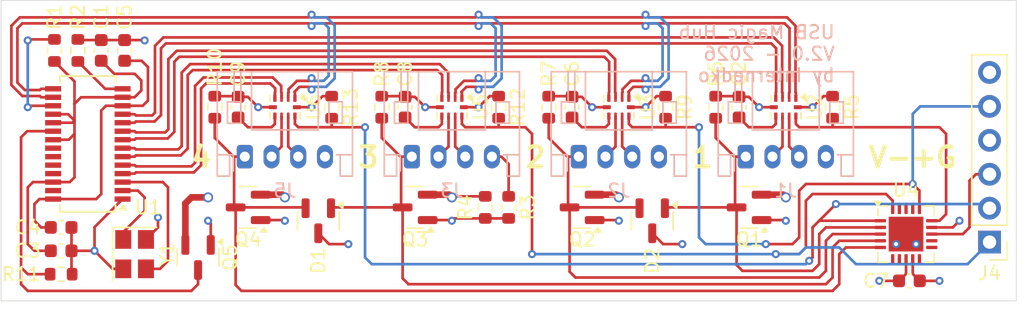
<source format=kicad_pcb>
(kicad_pcb (version 20221018) (generator pcbnew)

  (general
    (thickness 1.6)
  )

  (paper "A4")
  (layers
    (0 "F.Cu" signal)
    (1 "In1.Cu" signal)
    (2 "In2.Cu" signal)
    (31 "B.Cu" signal)
    (32 "B.Adhes" user "B.Adhesive")
    (33 "F.Adhes" user "F.Adhesive")
    (34 "B.Paste" user)
    (35 "F.Paste" user)
    (36 "B.SilkS" user "B.Silkscreen")
    (37 "F.SilkS" user "F.Silkscreen")
    (38 "B.Mask" user)
    (39 "F.Mask" user)
    (40 "Dwgs.User" user "User.Drawings")
    (41 "Cmts.User" user "User.Comments")
    (42 "Eco1.User" user "User.Eco1")
    (43 "Eco2.User" user "User.Eco2")
    (44 "Edge.Cuts" user)
    (45 "Margin" user)
    (46 "B.CrtYd" user "B.Courtyard")
    (47 "F.CrtYd" user "F.Courtyard")
    (48 "B.Fab" user)
    (49 "F.Fab" user)
    (50 "User.1" user)
    (51 "User.2" user)
    (52 "User.3" user)
    (53 "User.4" user)
    (54 "User.5" user)
    (55 "User.6" user)
    (56 "User.7" user)
    (57 "User.8" user)
    (58 "User.9" user)
  )

  (setup
    (stackup
      (layer "F.SilkS" (type "Top Silk Screen"))
      (layer "F.Paste" (type "Top Solder Paste"))
      (layer "F.Mask" (type "Top Solder Mask") (thickness 0.01))
      (layer "F.Cu" (type "copper") (thickness 0.035))
      (layer "dielectric 1" (type "prepreg") (thickness 0.1) (material "FR4") (epsilon_r 4.5) (loss_tangent 0.02))
      (layer "In1.Cu" (type "copper") (thickness 0.035))
      (layer "dielectric 2" (type "core") (thickness 1.24) (material "FR4") (epsilon_r 4.5) (loss_tangent 0.02))
      (layer "In2.Cu" (type "copper") (thickness 0.035))
      (layer "dielectric 3" (type "prepreg") (thickness 0.1) (material "FR4") (epsilon_r 4.5) (loss_tangent 0.02))
      (layer "B.Cu" (type "copper") (thickness 0.035))
      (layer "B.Mask" (type "Bottom Solder Mask") (thickness 0.01))
      (layer "B.Paste" (type "Bottom Solder Paste"))
      (layer "B.SilkS" (type "Bottom Silk Screen"))
      (copper_finish "None")
      (dielectric_constraints no)
    )
    (pad_to_mask_clearance 0)
    (aux_axis_origin 13 13)
    (grid_origin 13 13)
    (pcbplotparams
      (layerselection 0x00010fc_ffffffff)
      (plot_on_all_layers_selection 0x0000000_00000000)
      (disableapertmacros false)
      (usegerberextensions false)
      (usegerberattributes true)
      (usegerberadvancedattributes true)
      (creategerberjobfile false)
      (dashed_line_dash_ratio 12.000000)
      (dashed_line_gap_ratio 3.000000)
      (svgprecision 4)
      (plotframeref false)
      (viasonmask false)
      (mode 1)
      (useauxorigin true)
      (hpglpennumber 1)
      (hpglpenspeed 20)
      (hpglpendiameter 15.000000)
      (dxfpolygonmode true)
      (dxfimperialunits true)
      (dxfusepcbnewfont true)
      (psnegative false)
      (psa4output false)
      (plotreference true)
      (plotvalue true)
      (plotinvisibletext false)
      (sketchpadsonfab false)
      (subtractmaskfromsilk false)
      (outputformat 1)
      (mirror false)
      (drillshape 0)
      (scaleselection 1)
      (outputdirectory "")
    )
  )

  (net 0 "")
  (net 1 "/HUB_3.3V")
  (net 2 "Net-(U2-REF)")
  (net 3 "/GND")
  (net 4 "/HUB_1.8V")
  (net 5 "Net-(U3-REF)")
  (net 6 "/VCC_MCU")
  (net 7 "Net-(U5-REF)")
  (net 8 "Net-(U6-REF)")
  (net 9 "/VBUS1")
  (net 10 "/VBUS2")
  (net 11 "/VBUS3")
  (net 12 "/VBUS4")
  (net 13 "/SEL2")
  (net 14 "/SEL1")
  (net 15 "/~{RESET}")
  (net 16 "/SEL3")
  (net 17 "/~{PWR_ENABLE}")
  (net 18 "Net-(Q1-S)")
  (net 19 "/VBUS_HUB")
  (net 20 "Net-(U1-~{XRSTJ})")
  (net 21 "Net-(U1-REXT)")
  (net 22 "/SEL4")
  (net 23 "Net-(U1-XOUT)")
  (net 24 "Net-(U1-XIN)")
  (net 25 "/DFP4-")
  (net 26 "/DFP4+")
  (net 27 "/DFP3-")
  (net 28 "/DFP3+")
  (net 29 "/DFP2-")
  (net 30 "/DFP2+")
  (net 31 "/DFP1-")
  (net 32 "/DFP1+")
  (net 33 "/UFP-")
  (net 34 "/UFP+")
  (net 35 "unconnected-(U1-DRV-Pad22)")
  (net 36 "unconnected-(U1-LED1{slash}EESCL-Pad23)")
  (net 37 "unconnected-(U1-LED2-Pad24)")
  (net 38 "unconnected-(U1-PWRJ-Pad25)")
  (net 39 "unconnected-(U1-TESTJ{slash}EESDA-Pad27)")
  (net 40 "unconnected-(U4-NC-Pad6)")
  (net 41 "unconnected-(U4-NC-Pad7)")
  (net 42 "unconnected-(U4-NC-Pad10)")
  (net 43 "unconnected-(U4-XTAL1{slash}PB0-Pad11)")
  (net 44 "unconnected-(U4-XTAL2{slash}PB1-Pad12)")
  (net 45 "unconnected-(U4-NC-Pad17)")
  (net 46 "unconnected-(U4-NC-Pad18)")
  (net 47 "unconnected-(U4-NC-Pad19)")
  (net 48 "/D1-")
  (net 49 "/D1+")
  (net 50 "/D2-")
  (net 51 "/D2+")
  (net 52 "/D3-")
  (net 53 "/D3+")
  (net 54 "/D4-")
  (net 55 "/D4+")

  (footprint "Capacitor_SMD:C_0603_1608Metric" (layer "F.Cu") (at 17.5 30))

  (footprint "Resistor_SMD:R_0603_1608Metric" (layer "F.Cu") (at 50.25 21 -90))

  (footprint "Package_TO_SOT_SMD:SOT-23" (layer "F.Cu") (at 27.75 32.25 -90))

  (footprint "Package_TO_SOT_SMD:SOT-23" (layer "F.Cu") (at 36.75 29.5 -90))

  (footprint "Package_DFN_QFN:QFN-20-1EP_4x4mm_P0.5mm_EP2.6x2.6mm" (layer "F.Cu") (at 80.75 30.5))

  (footprint "Resistor_SMD:R_0603_1608Metric" (layer "F.Cu") (at 49.25 28.5 -90))

  (footprint "Package_TO_SOT_SMD:SOT-23" (layer "F.Cu") (at 44 28.5 180))

  (footprint "Resistor_SMD:R_0603_1608Metric" (layer "F.Cu") (at 62.75 21 -90))

  (footprint "Resistor_SMD:R_0603_1608Metric" (layer "F.Cu") (at 37.75 21 -90))

  (footprint "Package_SO:SSOP-28_3.9x9.9mm_P0.635mm" (layer "F.Cu") (at 19.5 23.75 180))

  (footprint "Resistor_SMD:R_0603_1608Metric" (layer "F.Cu") (at 17 16.75 -90))

  (footprint "Resistor_SMD:R_0603_1608Metric" (layer "F.Cu") (at 29 21 -90))

  (footprint "Capacitor_SMD:C_0603_1608Metric" (layer "F.Cu") (at 30.75 21 90))

  (footprint "Capacitor_SMD:C_0603_1608Metric" (layer "F.Cu") (at 17.5 31.75))

  (footprint "Resistor_SMD:R_0603_1608Metric" (layer "F.Cu") (at 18.75 16.75 -90))

  (footprint "Package_TO_SOT_SMD:SOT-23" (layer "F.Cu") (at 69 28.5 180))

  (footprint "Package_TO_SOT_SMD:SOT-23" (layer "F.Cu") (at 61.75 29.5 -90))

  (footprint "Package_DFN_QFN:Texas_UQFN-10_1.5x2mm_P0.5mm" (layer "F.Cu") (at 59.25 21 -90))

  (footprint "Capacitor_SMD:C_0603_1608Metric" (layer "F.Cu") (at 81 34 180))

  (footprint "Capacitor_SMD:C_0603_1608Metric" (layer "F.Cu") (at 43.25 21 90))

  (footprint "Resistor_SMD:R_0603_1608Metric" (layer "F.Cu") (at 51 28.5 -90))

  (footprint "Resistor_SMD:R_0603_1608Metric" (layer "F.Cu") (at 17.5 33.5 180))

  (footprint "Connector_PinHeader_2.54mm:PinHeader_1x06_P2.54mm_Vertical" (layer "F.Cu") (at 87 31.1 180))

  (footprint "Capacitor_SMD:C_0603_1608Metric" (layer "F.Cu") (at 22.25 16.75 90))

  (footprint "Resistor_SMD:R_0603_1608Metric" (layer "F.Cu") (at 75.25 21 -90))

  (footprint "Package_TO_SOT_SMD:SOT-23" (layer "F.Cu") (at 31.5 28.5 180))

  (footprint "Crystal:Crystal_SMD_3225-4Pin_3.2x2.5mm" (layer "F.Cu") (at 23 32 -90))

  (footprint "Package_TO_SOT_SMD:SOT-23" (layer "F.Cu") (at 56.5 28.5 180))

  (footprint "Package_DFN_QFN:Texas_UQFN-10_1.5x2mm_P0.5mm" (layer "F.Cu") (at 46.75 21 -90))

  (footprint "Package_DFN_QFN:Texas_UQFN-10_1.5x2mm_P0.5mm" (layer "F.Cu") (at 71.75 21 -90))

  (footprint "Resistor_SMD:R_0603_1608Metric" (layer "F.Cu") (at 66.5 21 -90))

  (footprint "Resistor_SMD:R_0603_1608Metric" (layer "F.Cu") (at 54 21 -90))

  (footprint "Capacitor_SMD:C_0603_1608Metric" (layer "F.Cu") (at 68.25 21 90))

  (footprint "Resistor_SMD:R_0603_1608Metric" (layer "F.Cu") (at 41.5 21 -90))

  (footprint "Package_DFN_QFN:Texas_UQFN-10_1.5x2mm_P0.5mm" (layer "F.Cu") (at 34.25 21 -90))

  (footprint "MountingHole:MountingHole_3.2mm_M3" (layer "F.Cu") (at 81 17))

  (footprint "Capacitor_SMD:C_0603_1608Metric" (layer "F.Cu") (at 55.75 21 90))

  (footprint "Capacitor_SMD:C_0603_1608Metric" (layer "F.Cu") (at 20.5 16.75 90))

  (footprint "Connector_JST:JST_PH_S4B-PH-K_1x04_P2.00mm_Horizontal" (layer "B.Cu") (at 68.75 24.7))

  (footprint "Connector_JST:JST_PH_S4B-PH-K_1x04_P2.00mm_Horizontal" (layer "B.Cu") (at 56.25 24.7))

  (footprint "Connector_JST:JST_PH_S4B-PH-K_1x04_P2.00mm_Horizontal" (layer "B.Cu") (at 43.75 24.7))

  (footprint "Connector_JST:JST_PH_S4B-PH-K_1x04_P2.00mm_Horizontal" (layer "B.Cu") (at 31.25 24.7))

  (gr_rect (start 13 13) (end 89 35.5)
    (stroke (width 0.05) (type default)) (fill none) (layer "Edge.Cuts") (tstamp b5589697-c688-471d-a87d-90ced1776025))
  (gr_text "USB Magic Hub\nV2.0 - 2026\nby Internedko" (at 75.5 17) (layer "B.SilkS") (tstamp 3481b98f-3c65-4e42-b6b7-ca700bc3e6f6)
    (effects (font (size 1 1) (thickness 0.15)) (justify left mirror))
  )
  (gr_text "1" (at 65.5 24.75) (layer "F.SilkS") (tstamp 1ae464ae-268c-40b4-b93e-37464e9f063a)
    (effects (font (size 1.5 1.5) (thickness 0.3) bold))
  )
  (gr_text "V-+G" (at 81.25 24.75) (layer "F.SilkS") (tstamp 4eac1b0c-cbe7-40ab-bc7d-93880328da29)
    (effects (font (size 1.5 1.5) (thickness 0.3) bold))
  )
  (gr_text "2" (at 53 24.75) (layer "F.SilkS") (tstamp 63a69254-2145-4ca0-bcc4-73c44fe57bbf)
    (effects (font (size 1.5 1.5) (thickness 0.3) bold))
  )
  (gr_text "4" (at 28 24.75) (layer "F.SilkS") (tstamp a93003f9-c583-4951-96b0-8a2dcbfb8768)
    (effects (font (size 1.5 1.5) (thickness 0.3) bold))
  )
  (gr_text "3" (at 40.5 24.75) (layer "F.SilkS") (tstamp e73ab82f-f664-42e4-9d7a-18bad2fe41d5)
    (effects (font (size 1.5 1.5) (thickness 0.3) bold))
  )

  (segment (start 16.9 23.4325) (end 18.0675 23.4325) (width 0.2) (layer "F.Cu") (net 1) (tstamp 1bcbe2f4-edb5-4e4b-a91f-b89c2815ffa1))
  (segment (start 23.5 19) (end 23 18.5) (width 0.2) (layer "F.Cu") (net 1) (tstamp 21bfd4c0-6a5a-4c0a-8d3f-46d2b852c425))
  (segment (start 16.9 21.5275) (end 18.0275 21.5275) (width 0.2) (layer "F.Cu") (net 1) (tstamp 2793b8f2-40e3-4b8a-ae6e-63c22594af18))
  (segment (start 16.9 26.6075) (end 18.1425 26.6075) (width 0.2) (layer "F.Cu") (net 1) (tstamp 2dd1cff3-55ce-4f4e-a14b-ce7fc9b99d1c))
  (segment (start 18.5 20.75) (end 18.9925 20.2575) (width 0.2) (layer "F.Cu") (net 1) (tstamp 2e8cc5d2-6797-4da0-8d42-f28cfbdffd1d))
  (segment (start 15.5 31.75) (end 16.725 31.75) (width 0.2) (layer "F.Cu") (net 1) (tstamp 3b124af7-8d17-41c2-8e0e-541f8400e497))
  (segment (start 18.5 26.25) (end 18.5 23) (width 0.2) (layer "F.Cu") (net 1) (tstamp 44be52a2-e08a-4e26-9a83-b8c99fddf002))
  (segment (start 15.3925 26.6075) (end 15 27) (width 0.2) (layer "F.Cu") (net 1) (tstamp 4f81cda4-5ec6-4af0-a133-034976890732))
  (segment (start 18.5 22) (end 18.5 20.75) (width 0.2) (layer "F.Cu") (net 1) (tstamp 5ddd1a37-bd45-414e-aeb8-7f0f46850d73))
  (segment (start 22.9925 20.2575) (end 23.5 19.75) (width 0.2) (layer "F.Cu") (net 1) (tstamp 64aa6809-6a3c-4c94-b10b-bf749624d3e2))
  (segment (start 16.9 22.1625) (end 18.3375 22.1625) (width 0.2) (layer "F.Cu") (net 1) (tstamp 6848452f-ce5c-4b3f-96c3-858af4c90e4f))
  (segment (start 22.1 20.2575) (end 22.9925 20.2575) (width 0.2) (layer "F.Cu") (net 1) (tstamp 81ed067b-bb3f-40d0-88fa-f64bbc586bec))
  (segment (start 15 31.25) (end 15.5 31.75) (width 0.2) (layer "F.Cu") (net 1) (tstamp 8232ed46-19ef-40f5-8ea9-b75f4f796619))
  (segment (start 18.5 19.075) (end 17 17.575) (width 0.2) (layer "F.Cu") (net 1) (tstamp 84d69aec-9663-4cce-b2ce-bfd82c72fb60))
  (segment (start 18.0275 21.5275) (end 18.5 22) (width 0.2) (layer "F.Cu") (net 1) (tstamp 86a3c143-56e2-4222-95d8-97e19d848071))
  (segment (start 21.475 18.5) (end 20.5 17.525) (width 0.2) (layer "F.Cu") (net 1) (tstamp 927c637a-a0d1-408e-ab81-f56edd5e2140))
  (segment (start 23 18.5) (end 21.475 18.5) (width 0.2) (layer "F.Cu") (net 1) (tstamp 9876d916-eb29-4c2f-be74-db5f58e622e1))
  (segment (start 18.9925 20.2575) (end 22.1 20.2575) (width 0.2) (layer "F.Cu") (net 1) (tstamp acfd9f0b-bd1a-462c-938f-3a1bc6e6013d))
  (segment (start 18.1425 26.6075) (end 18.5 26.25) (width 0.2) (layer "F.Cu") (net 1) (tstamp cebb3e70-5420-45a8-82fb-66d9a16d2f48))
  (segment (start 18.0675 23.4325) (end 18.5 23) (width 0.2) (layer "F.Cu") (net 1) (tstamp d5e561ba-4299-4736-9da6-a087bfba24f1))
  (segment (start 16.9 26.6075) (end 15.3925 26.6075) (width 0.2) (layer "F.Cu") (net 1) (tstamp dca572fc-cf3d-4c22-aaba-d4284eb458d2))
  (segment (start 18.5 20.75) (end 18.5 19.075) (width 0.2) (layer "F.Cu") (net 1) (tstamp dd6b09c8-4331-4a37-b628-dc9bb5ff920c))
  (segment (start 18.5 23) (end 18.5 22) (width 0.2) (layer "F.Cu") (net 1) (tstamp e57749a7-7b0e-4c1a-b8a2-f33e65f97cac))
  (segment (start 15 27) (end 15 31.25) (width 0.2) (layer "F.Cu") (net 1) (tstamp ecc67431-ad84-4e03-91f0-b67bb9db5b01))
  (segment (start 23.5 19.75) (end 23.5 19) (width 0.2) (layer "F.Cu") (net 1) (tstamp f85ed935-8378-4f93-961a-f2bc444b5d85))
  (segment (start 18.3375 22.1625) (end 18.5 22) (width 0.2) (layer "F.Cu") (net 1) (tstamp fbf87728-1716-4759-b4b2-1d5737e73c18))
  (segment (start 71 22.25) (end 70.75 22.5) (width 0.2) (layer "F.Cu") (net 2) (tstamp a0ccc694-21c2-4ba4-848e-8ad5a6c6d430))
  (segment (start 71 21.675) (end 71 22.25) (width 0.2) (layer "F.Cu") (net 2) (tstamp cd90bfb8-b9ff-4350-b16f-9c7f4125079b))
  (segment (start 70.75 22.5) (end 68.975 22.5) (width 0.2) (layer "F.Cu") (net 2) (tstamp ef9889a3-5578-408a-aa1f-a9659b89c1d6))
  (segment (start 68.975 22.5) (end 68.25 21.775) (width 0.2) (layer "F.Cu") (net 2) (tstamp fe3f4316-32af-4c47-a9d6-05d7fa348af6))
  (segment (start 80.75 32.425) (end 80.75 33.475) (width 0.2) (layer "F.Cu") (net 3) (tstamp 035195bb-ccd7-4475-a0b9-b4f776297afa))
  (segment (start 21.35 33.1) (end 20 31.75) (width 0.2) (layer "F.Cu") (net 3) (tstamp 1173751f-693a-48d7-befc-1f34daec63da))
  (segment (start 41.5 20.175) (end 43.2 20.175) (width 0.2) (layer "F.Cu") (net 3) (tstamp 12bf7536-b244-432b-bdce-c8aacebdbbca))
  (segment (start 70.85 21) (end 69.75 21) (width 0.2) (layer "F.Cu") (net 3) (tstamp 14075e3f-f279-48cb-8c8e-0970f6c3f7a6))
  (segment (start 20.5 15.975) (end 18.8 15.975) (width 0.2) (layer "F.Cu") (net 3) (tstamp 18223e7c-5c5a-4703-b1b7-19cf4f6b0852))
  (segment (start 18.275 31.75) (end 20 31.75) (width 0.2) (layer "F.Cu") (net 3) (tstamp 1b4e864c-d37c-4504-9a6b-522f06eaf007))
  (segment (start 45.85 21) (end 44.75 21) (width 0.2) (layer "F.Cu") (net 3) (tstamp 1ea
... [236410 chars truncated]
</source>
